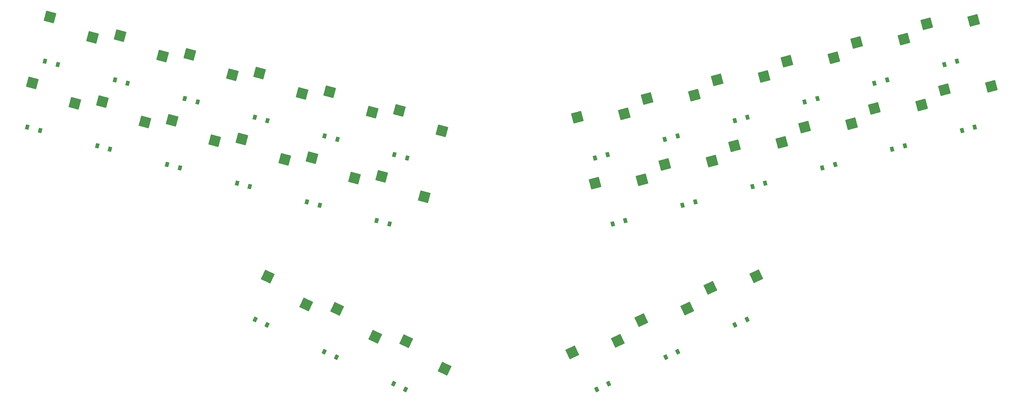
<source format=gbr>
%TF.GenerationSoftware,KiCad,Pcbnew,8.0.1*%
%TF.CreationDate,2024-08-13T22:00:52-05:00*%
%TF.ProjectId,tonyverse,746f6e79-7665-4727-9365-2e6b69636164,v1.0.0*%
%TF.SameCoordinates,Original*%
%TF.FileFunction,Paste,Bot*%
%TF.FilePolarity,Positive*%
%FSLAX46Y46*%
G04 Gerber Fmt 4.6, Leading zero omitted, Abs format (unit mm)*
G04 Created by KiCad (PCBNEW 8.0.1) date 2024-08-13 22:00:52*
%MOMM*%
%LPD*%
G01*
G04 APERTURE LIST*
G04 Aperture macros list*
%AMRotRect*
0 Rectangle, with rotation*
0 The origin of the aperture is its center*
0 $1 length*
0 $2 width*
0 $3 Rotation angle, in degrees counterclockwise*
0 Add horizontal line*
21,1,$1,$2,0,0,$3*%
G04 Aperture macros list end*
%ADD10RotRect,2.600000X2.600000X335.000000*%
%ADD11RotRect,0.900000X1.200000X345.000000*%
%ADD12RotRect,2.600000X2.600000X15.000000*%
%ADD13RotRect,0.900000X1.200000X15.000000*%
%ADD14RotRect,0.900000X1.200000X335.000000*%
%ADD15RotRect,0.900000X1.200000X25.000000*%
%ADD16RotRect,2.600000X2.600000X345.000000*%
%ADD17RotRect,2.600000X2.600000X25.000000*%
G04 APERTURE END LIST*
D10*
%TO.C,S13*%
X116714415Y-169903992D03*
X126252509Y-176779110D03*
%TD*%
D11*
%TO.C,D7*%
X109039369Y-146550084D03*
X112226925Y-147404184D03*
%TD*%
D12*
%TO.C,S16*%
X285063868Y-123271650D03*
X296789713Y-122407327D03*
%TD*%
D11*
%TO.C,D8*%
X113439293Y-130129345D03*
X116626849Y-130983445D03*
%TD*%
D13*
%TO.C,D24*%
X219920905Y-152062927D03*
X223108461Y-151208827D03*
%TD*%
D12*
%TO.C,S21*%
X245890614Y-116168397D03*
X257616459Y-115304074D03*
%TD*%
D14*
%TO.C,D15*%
X147999191Y-196574311D03*
X150990007Y-197968951D03*
%TD*%
D15*
%TO.C,D28*%
X232984184Y-181909457D03*
X235975000Y-180514817D03*
%TD*%
D16*
%TO.C,S4*%
X79930403Y-109814389D03*
X90517445Y-114928786D03*
%TD*%
D13*
%TO.C,D20*%
X254694235Y-142745441D03*
X257881791Y-141891341D03*
%TD*%
D16*
%TO.C,S10*%
X132090397Y-123790618D03*
X142677439Y-128905015D03*
%TD*%
D13*
%TO.C,D16*%
X289467565Y-133427956D03*
X292655121Y-132573856D03*
%TD*%
D14*
%TO.C,D14*%
X130779343Y-188544564D03*
X133770159Y-189939204D03*
%TD*%
D12*
%TO.C,S24*%
X215517208Y-141906622D03*
X227243053Y-141042299D03*
%TD*%
D11*
%TO.C,D1*%
X60066931Y-133427956D03*
X56879375Y-132573856D03*
%TD*%
D16*
%TO.C,S8*%
X114703732Y-119131875D03*
X125290774Y-124246272D03*
%TD*%
D12*
%TO.C,S27*%
X193730619Y-130144625D03*
X205456464Y-129280302D03*
%TD*%
D17*
%TO.C,S30*%
X192444068Y-188731635D03*
X203841683Y-185844272D03*
%TD*%
D13*
%TO.C,D18*%
X272080900Y-138086698D03*
X275268456Y-137232598D03*
%TD*%
%TO.C,D21*%
X250294311Y-126324702D03*
X253481867Y-125470602D03*
%TD*%
D10*
%TO.C,S15*%
X151154111Y-185963486D03*
X160692205Y-192838604D03*
%TD*%
D16*
%TO.C,S9*%
X127690473Y-140211357D03*
X138277515Y-145325754D03*
%TD*%
%TO.C,S6*%
X97317067Y-114473132D03*
X107904109Y-119587529D03*
%TD*%
D11*
%TO.C,D12*%
X148212623Y-139446831D03*
X151400179Y-140300931D03*
%TD*%
D13*
%TO.C,D27*%
X198134317Y-140300931D03*
X201321873Y-139446831D03*
%TD*%
D16*
%TO.C,S11*%
X145077138Y-144870100D03*
X155664180Y-149984497D03*
%TD*%
%TO.C,S2*%
X62543737Y-105155646D03*
X73130779Y-110270043D03*
%TD*%
%TO.C,S7*%
X110303808Y-135552614D03*
X120890850Y-140667011D03*
%TD*%
%TO.C,S1*%
X58143814Y-121576385D03*
X68730856Y-126690782D03*
%TD*%
D13*
%TO.C,D26*%
X202534240Y-156721670D03*
X205721796Y-155867570D03*
%TD*%
D11*
%TO.C,D4*%
X78665963Y-120811859D03*
X81853519Y-121665959D03*
%TD*%
D12*
%TO.C,S26*%
X198130543Y-146565365D03*
X209856388Y-145701042D03*
%TD*%
%TO.C,S19*%
X263277279Y-111509654D03*
X275003124Y-110645331D03*
%TD*%
D13*
%TO.C,D17*%
X285067641Y-117007216D03*
X288255197Y-116153116D03*
%TD*%
D11*
%TO.C,D2*%
X61279298Y-116153116D03*
X64466854Y-117007216D03*
%TD*%
%TO.C,D3*%
X74266040Y-137232598D03*
X77453596Y-138086698D03*
%TD*%
D14*
%TO.C,D13*%
X113559495Y-180514817D03*
X116550311Y-181909457D03*
%TD*%
D16*
%TO.C,S5*%
X92917143Y-130893871D03*
X103504185Y-136008268D03*
%TD*%
D12*
%TO.C,S25*%
X211117284Y-125485883D03*
X222843129Y-124621560D03*
%TD*%
D10*
%TO.C,S14*%
X133934263Y-177933739D03*
X143472357Y-184808857D03*
%TD*%
D13*
%TO.C,D19*%
X267680976Y-121665959D03*
X270868532Y-120811859D03*
%TD*%
%TO.C,D23*%
X232907646Y-130983445D03*
X236095202Y-130129345D03*
%TD*%
D12*
%TO.C,S20*%
X250290538Y-132589136D03*
X262016383Y-131724813D03*
%TD*%
%TO.C,S22*%
X232903873Y-137247879D03*
X244629718Y-136383556D03*
%TD*%
D16*
%TO.C,S12*%
X149477062Y-128449360D03*
X160064104Y-133563757D03*
%TD*%
D11*
%TO.C,D10*%
X130825958Y-134788088D03*
X134013514Y-135642188D03*
%TD*%
D16*
%TO.C,S3*%
X75530479Y-126235128D03*
X86117521Y-131349525D03*
%TD*%
D13*
%TO.C,D25*%
X215520981Y-135642188D03*
X218708537Y-134788088D03*
%TD*%
D17*
%TO.C,S28*%
X226883764Y-172672141D03*
X238281379Y-169784778D03*
%TD*%
D15*
%TO.C,D30*%
X198544488Y-197968951D03*
X201535304Y-196574311D03*
%TD*%
D12*
%TO.C,S18*%
X267677203Y-127930393D03*
X279403048Y-127066070D03*
%TD*%
D11*
%TO.C,D5*%
X91652704Y-141891341D03*
X94840260Y-142745441D03*
%TD*%
D13*
%TO.C,D22*%
X237307570Y-147404184D03*
X240495126Y-146550084D03*
%TD*%
D12*
%TO.C,S17*%
X280663944Y-106850911D03*
X292389789Y-105986588D03*
%TD*%
D11*
%TO.C,D6*%
X96052628Y-125470602D03*
X99240184Y-126324702D03*
%TD*%
D15*
%TO.C,D29*%
X215764336Y-189939204D03*
X218755152Y-188544564D03*
%TD*%
D12*
%TO.C,S23*%
X228503949Y-120827140D03*
X240229794Y-119962817D03*
%TD*%
D17*
%TO.C,S29*%
X209663916Y-180701888D03*
X221061531Y-177814525D03*
%TD*%
D11*
%TO.C,D9*%
X126426034Y-151208827D03*
X129613590Y-152062927D03*
%TD*%
%TO.C,D11*%
X143812699Y-155867570D03*
X147000255Y-156721670D03*
%TD*%
M02*

</source>
